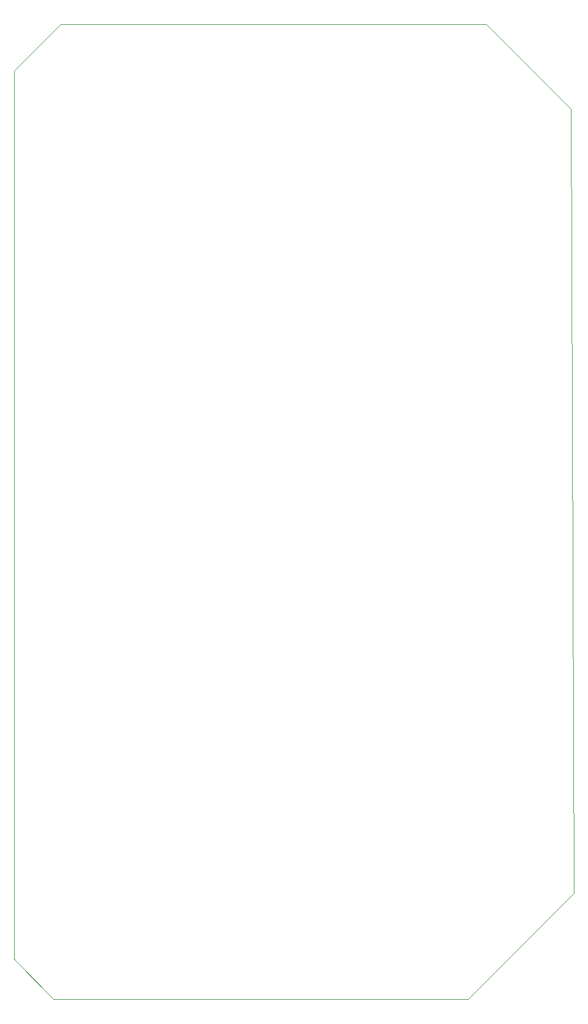
<source format=gbr>
%TF.GenerationSoftware,Altium Limited,Altium Designer,25.8.1 (18)*%
G04 Layer_Color=0*
%FSLAX45Y45*%
%MOMM*%
%TF.SameCoordinates,412E6415-05C8-40E6-B22C-806341DFC968*%
%TF.FilePolarity,Positive*%
%TF.FileFunction,Profile,NP*%
%TF.Part,Single*%
G01*
G75*
%TA.AperFunction,Profile*%
%ADD70C,0.02540*%
D70*
X6616700Y1511300D02*
X7175500Y939800D01*
X13131799D01*
X14655800Y2463800D01*
Y2501900D01*
X14617700Y13728700D01*
X14363699Y13982700D01*
X13398500Y14947900D01*
X7277100D01*
X7239000Y14909801D01*
X6604000Y14274800D01*
Y1524000D01*
X6616700Y1511300D01*
%TF.MD5,fe744a97cce049f52483e56e75eb46db*%
M02*

</source>
